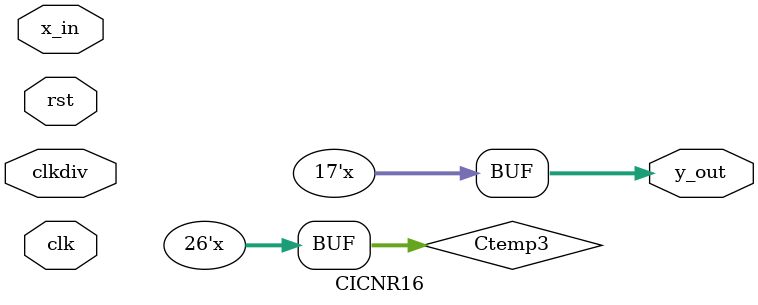
<source format=v>
`timescale 1ns / 1ps

module CICNR16 #(parameter N=3)( //16 bit output 
	input clk,
	input clkdiv,
	input rst,
	input x_in,
	output reg[16:0] y_out
);

reg [25:0] I [N-1:0];//Integrators
reg [25:0] C [N-1:0];//Combs
reg [25:0] CD[N-1:0];//Comb Delays

//INTEGRATORS
integer x;

wire [25:0] Itemp;
assign Itemp = I[N-1];//VISUALIZATION FOR GTKWAVE

always @(posedge clk or posedge rst)
begin
	if(rst) begin 
		for(x=0; x < N; x = x + 1) begin 
			I[x] <= 0;
		end 
	end
	else begin
		I[0] <= I[0] + {{15{1'b0}},x_in};
		for(x = 1; x < N; x = x + 1) begin 
			I[x] <= I[x] + I[x-1];
		end
	end
end

//COMBS

wire [25:0] Ctemp0,Ctemp1,Ctemp2,Ctemp3;
wire [25:0] CDtemp0,CDtemp1,CDtemp2;
assign CDtemp0 = CD[0];
assign CDtemp1 = CD[1];
assign CDtemp2 = CD[2];
assign Ctemp0 = C[0];
assign Ctemp1 = C[1];
assign Ctemp2 = C[2];
assign Ctemp3 = C[3];
reg[25:0] Temp;

always @(posedge clkdiv or posedge rst)
begin
	if(rst) begin
		Temp <= 0;
		for(x=0; x < N; x = x + 1) begin 
			C[x] <= 0;
			CD[x] <= 0;
		end
	end
	else begin
		CD[0]<= I[N-1];
		C[0] <= I[N-1] - CD[0];
		CD[1]<= C[0];
		C[1] <= C[0] - CD[1];
		CD[2]<= C[1];
		C[2] <= C[1] - CD[2];
		CD[3]<= C[2];
		C[3] <= C[2] - CD[3];

		//for(x = 1; x < N; x = x + 1) begin 
		//	CD[x] = C[x];
		//	C[x+1] = C[x] - CD[x];
		//end
	end
end

initial begin 
	for(x=0; x < N; x = x + 1) begin 
		C[x] <= 0;
		CD[x] <= 0;
		I[x] <= 0;
	end
end

assign y_out = C[3];

endmodule

</source>
